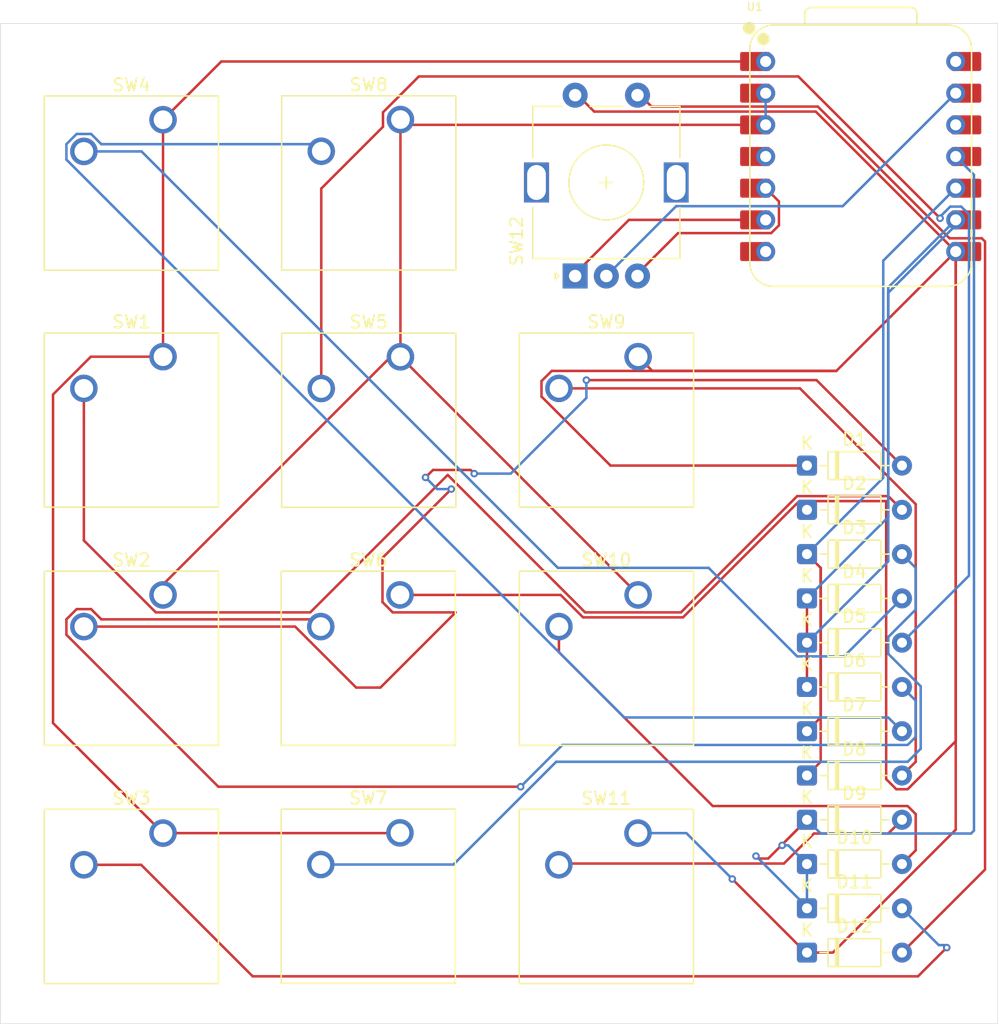
<source format=kicad_pcb>
(kicad_pcb (version 20241229) (generator "pcbnew") (generator_version "9.0")
  (layers (0 "F.Cu" signal) (2 "B.Cu" signal) (13 "F.Paste" user) (15 "B.Paste" user) (5 "F.SilkS" user "F.Silkscreen") (7 "B.SilkS" user "B.Silkscreen") (1 "F.Mask" user) (3 "B.Mask" user) (25 "Edge.Cuts" user))
  (net 0 "")
  (net 1 "GND")
  (net 2 "Net-(D1-A)")
  (net 3 "c3")
  (net 4 "Net-(D2-A)")
  (net 5 "r3")
  (net 6 "Net-(D3-A)")
  (net 7 "Net-(D4-A)")
  (net 8 "r2")
  (net 9 "Net-(D5-A)")
  (net 10 "Net-(D6-A)")
  (net 11 "Net-(D7-A)")
  (net 12 "Net-(D8-A)")
  (net 13 "r4")
  (net 14 "Net-(D9-A)")
  (net 15 "Net-(D10-A)")
  (net 16 "Net-(D11-A)")
  (net 17 "Net-(D12-A)")
  (net 18 "c1")
  (net 19 "c2")
  (net 20 "rotary a")
  (net 21 "rotary b")
  (net 22 "+5V")
  (net 24 "+3.3V")
  (footprint "Button_Switch_Keyboard:SW_Cherry_MX_1.00u_PCB" (layer "F.Cu") (at 108.15 121.72)
    (property "Reference" "SW3" (at -2.54 -2.794 0) (layer "F.SilkS"))
    (property "Value" "SW_Push")
    (fp_line (start -9.525 -1.905) (end 4.445 -1.905) (stroke (width 0.12)) (layer "F.SilkS"))
    (fp_line (start -9.525 12.065) (end -9.525 -1.905) (stroke (width 0.12)) (layer "F.SilkS"))
    (fp_line (start 4.445 -1.905) (end 4.445 12.065) (stroke (width 0.12)) (layer "F.SilkS"))
    (fp_line (start 4.445 12.065) (end -9.525 12.065) (stroke (width 0.12)) (layer "F.SilkS"))
    (pad "" np_thru_hole circle (at -7.62 5.08) (size 1.7 1.7) (drill 1.7) (layers "*.Cu" "*.Mask"))
    (pad "" np_thru_hole circle (at -2.54 5.08) (size 4 4) (drill 4) (layers "*.Cu" "*.Mask"))
    (pad "" np_thru_hole circle (at 2.54 5.08) (size 1.7 1.7) (drill 1.7) (layers "*.Cu" "*.Mask"))
    (pad "1" thru_hole circle (at 0 0) (size 2.2 2.2) (drill 1.5) (layers "*.Cu" "*.Mask") (net 18 "c1"))
    (pad "2" thru_hole circle (at -6.35 2.54) (size 2.2 2.2) (drill 1.5) (layers "*.Cu" "*.Mask") (net 16 "Net-(D11-A)"))
  )
  (footprint "Button_Switch_Keyboard:SW_Cherry_MX_1.00u_PCB" (layer "F.Cu") (at 108.15 102.62)
    (property "Reference" "SW2" (at -2.54 -2.794 0) (layer "F.SilkS"))
    (property "Value" "SW_Push")
    (fp_line (start -9.525 -1.905) (end 4.445 -1.905) (stroke (width 0.12)) (layer "F.SilkS"))
    (fp_line (start -9.525 12.065) (end -9.525 -1.905) (stroke (width 0.12)) (layer "F.SilkS"))
    (fp_line (start 4.445 -1.905) (end 4.445 12.065) (stroke (width 0.12)) (layer "F.SilkS"))
    (fp_line (start 4.445 12.065) (end -9.525 12.065) (stroke (width 0.12)) (layer "F.SilkS"))
    (pad "" np_thru_hole circle (at -7.62 5.08) (size 1.7 1.7) (drill 1.7) (layers "*.Cu" "*.Mask"))
    (pad "" np_thru_hole circle (at -2.54 5.08) (size 4 4) (drill 4) (layers "*.Cu" "*.Mask"))
    (pad "" np_thru_hole circle (at 2.54 5.08) (size 1.7 1.7) (drill 1.7) (layers "*.Cu" "*.Mask"))
    (pad "1" thru_hole circle (at 0 0) (size 2.2 2.2) (drill 1.5) (layers "*.Cu" "*.Mask") (net 19 "c2"))
    (pad "2" thru_hole circle (at -6.35 2.54) (size 2.2 2.2) (drill 1.5) (layers "*.Cu" "*.Mask") (net 2 "Net-(D1-A)"))
  )
  (footprint "Diode_THT:D_DO-35_SOD27_P7.62mm_Horizontal" (layer "F.Cu") (at 159.79 106.45)
    (property "Reference" "D5" (at 3.81 -2.12 0) (layer "F.SilkS"))
    (property "Value" "1N4148")
    (fp_line (start 1.04 0) (end 1.69 0) (stroke (width 0.12)) (layer "F.SilkS"))
    (fp_line (start 2.29 -1.12) (end 2.29 1.12) (stroke (width 0.12)) (layer "F.SilkS"))
    (fp_line (start 2.41 -1.12) (end 2.41 1.12) (stroke (width 0.12)) (layer "F.SilkS"))
    (fp_line (start 2.53 -1.12) (end 2.53 1.12) (stroke (width 0.12)) (layer "F.SilkS"))
    (fp_line (start 6.58 0) (end 5.93 0) (stroke (width 0.12)) (layer "F.SilkS"))
    (fp_rect (start 1.69 -1.12) (end 5.93 1.12) (stroke (width 0.12)) (fill no) (layer "F.SilkS"))
    (fp_text user "K" (at 0 -1.8 0) (layer "F.SilkS"))
    (pad "1" thru_hole roundrect (at 0 0) (size 1.6 1.6) (drill 0.8) (layers "*.Cu" "*.Mask") (roundrect_rratio 0.15625) (net 8 "r2"))
    (pad "2" thru_hole circle (at 7.62 0) (size 1.6 1.6) (drill 0.8) (layers "*.Cu" "*.Mask") (net 9 "Net-(D5-A)"))
  )
  (footprint "Button_Switch_Keyboard:SW_Cherry_MX_1.00u_PCB" (layer "F.Cu") (at 146.25 102.62)
    (property "Reference" "SW10" (at -2.54 -2.794 0) (layer "F.SilkS"))
    (property "Value" "SW_Push")
    (fp_line (start -9.525 -1.905) (end 4.445 -1.905) (stroke (width 0.12)) (layer "F.SilkS"))
    (fp_line (start -9.525 12.065) (end -9.525 -1.905) (stroke (width 0.12)) (layer "F.SilkS"))
    (fp_line (start 4.445 -1.905) (end 4.445 12.065) (stroke (width 0.12)) (layer "F.SilkS"))
    (fp_line (start 4.445 12.065) (end -9.525 12.065) (stroke (width 0.12)) (layer "F.SilkS"))
    (pad "" np_thru_hole circle (at -7.62 5.08) (size 1.7 1.7) (drill 1.7) (layers "*.Cu" "*.Mask"))
    (pad "" np_thru_hole circle (at -2.54 5.08) (size 4 4) (drill 4) (layers "*.Cu" "*.Mask"))
    (pad "" np_thru_hole circle (at 2.54 5.08) (size 1.7 1.7) (drill 1.7) (layers "*.Cu" "*.Mask"))
    (pad "1" thru_hole circle (at 0 0) (size 2.2 2.2) (drill 1.5) (layers "*.Cu" "*.Mask") (net 19 "c2"))
    (pad "2" thru_hole circle (at -6.35 2.54) (size 2.2 2.2) (drill 1.5) (layers "*.Cu" "*.Mask") (net 15 "Net-(D10-A)"))
  )
  (footprint "Diode_THT:D_DO-35_SOD27_P7.62mm_Horizontal" (layer "F.Cu") (at 159.79 131.3)
    (property "Reference" "D12" (at 3.81 -2.12 0) (layer "F.SilkS"))
    (property "Value" "1N4148")
    (fp_line (start 1.04 0) (end 1.69 0) (stroke (width 0.12)) (layer "F.SilkS"))
    (fp_line (start 2.29 -1.12) (end 2.29 1.12) (stroke (width 0.12)) (layer "F.SilkS"))
    (fp_line (start 2.41 -1.12) (end 2.41 1.12) (stroke (width 0.12)) (layer "F.SilkS"))
    (fp_line (start 2.53 -1.12) (end 2.53 1.12) (stroke (width 0.12)) (layer "F.SilkS"))
    (fp_line (start 6.58 0) (end 5.93 0) (stroke (width 0.12)) (layer "F.SilkS"))
    (fp_rect (start 1.69 -1.12) (end 5.93 1.12) (stroke (width 0.12)) (fill no) (layer "F.SilkS"))
    (fp_text user "K" (at 0 -1.8 0) (layer "F.SilkS"))
    (pad "1" thru_hole roundrect (at 0 0) (size 1.6 1.6) (drill 0.8) (layers "*.Cu" "*.Mask") (roundrect_rratio 0.15625) (net 3 "c3"))
    (pad "2" thru_hole circle (at 7.62 0) (size 1.6 1.6) (drill 0.8) (layers "*.Cu" "*.Mask") (net 17 "Net-(D12-A)"))
  )
  (footprint "Button_Switch_Keyboard:SW_Cherry_MX_1.00u_PCB" (layer "F.Cu") (at 146.24 121.72)
    (property "Reference" "SW11" (at -2.54 -2.794 0) (layer "F.SilkS"))
    (property "Value" "SW_Push")
    (fp_line (start -9.525 -1.905) (end 4.445 -1.905) (stroke (width 0.12)) (layer "F.SilkS"))
    (fp_line (start -9.525 12.065) (end -9.525 -1.905) (stroke (width 0.12)) (layer "F.SilkS"))
    (fp_line (start 4.445 -1.905) (end 4.445 12.065) (stroke (width 0.12)) (layer "F.SilkS"))
    (fp_line (start 4.445 12.065) (end -9.525 12.065) (stroke (width 0.12)) (layer "F.SilkS"))
    (pad "" np_thru_hole circle (at -7.62 5.08) (size 1.7 1.7) (drill 1.7) (layers "*.Cu" "*.Mask"))
    (pad "" np_thru_hole circle (at -2.54 5.08) (size 4 4) (drill 4) (layers "*.Cu" "*.Mask"))
    (pad "" np_thru_hole circle (at 2.54 5.08) (size 1.7 1.7) (drill 1.7) (layers "*.Cu" "*.Mask"))
    (pad "1" thru_hole circle (at 0 0) (size 2.2 2.2) (drill 1.5) (layers "*.Cu" "*.Mask") (net 3 "c3"))
    (pad "2" thru_hole circle (at -6.35 2.54) (size 2.2 2.2) (drill 1.5) (layers "*.Cu" "*.Mask") (net 14 "Net-(D9-A)"))
  )
  (footprint "Diode_THT:D_DO-35_SOD27_P7.62mm_Horizontal" (layer "F.Cu") (at 159.79 124.2)
    (property "Reference" "D10" (at 3.81 -2.12 0) (layer "F.SilkS"))
    (property "Value" "1N4148")
    (fp_line (start 1.04 0) (end 1.69 0) (stroke (width 0.12)) (layer "F.SilkS"))
    (fp_line (start 2.29 -1.12) (end 2.29 1.12) (stroke (width 0.12)) (layer "F.SilkS"))
    (fp_line (start 2.41 -1.12) (end 2.41 1.12) (stroke (width 0.12)) (layer "F.SilkS"))
    (fp_line (start 2.53 -1.12) (end 2.53 1.12) (stroke (width 0.12)) (layer "F.SilkS"))
    (fp_line (start 6.58 0) (end 5.93 0) (stroke (width 0.12)) (layer "F.SilkS"))
    (fp_rect (start 1.69 -1.12) (end 5.93 1.12) (stroke (width 0.12)) (fill no) (layer "F.SilkS"))
    (fp_text user "K" (at 0 -1.8 0) (layer "F.SilkS"))
    (pad "1" thru_hole roundrect (at 0 0) (size 1.6 1.6) (drill 0.8) (layers "*.Cu" "*.Mask") (roundrect_rratio 0.15625) (net 13 "r4"))
    (pad "2" thru_hole circle (at 7.62 0) (size 1.6 1.6) (drill 0.8) (layers "*.Cu" "*.Mask") (net 15 "Net-(D10-A)"))
  )
  (footprint "Diode_THT:D_DO-35_SOD27_P7.62mm_Horizontal" (layer "F.Cu") (at 159.79 117.1)
    (property "Reference" "D8" (at 3.81 -2.12 0) (layer "F.SilkS"))
    (property "Value" "1N4148")
    (fp_line (start 1.04 0) (end 1.69 0) (stroke (width 0.12)) (layer "F.SilkS"))
    (fp_line (start 2.29 -1.12) (end 2.29 1.12) (stroke (width 0.12)) (layer "F.SilkS"))
    (fp_line (start 2.41 -1.12) (end 2.41 1.12) (stroke (width 0.12)) (layer "F.SilkS"))
    (fp_line (start 2.53 -1.12) (end 2.53 1.12) (stroke (width 0.12)) (layer "F.SilkS"))
    (fp_line (start 6.58 0) (end 5.93 0) (stroke (width 0.12)) (layer "F.SilkS"))
    (fp_rect (start 1.69 -1.12) (end 5.93 1.12) (stroke (width 0.12)) (fill no) (layer "F.SilkS"))
    (fp_text user "K" (at 0 -1.8 0) (layer "F.SilkS"))
    (pad "1" thru_hole roundrect (at 0 0) (size 1.6 1.6) (drill 0.8) (layers "*.Cu" "*.Mask") (roundrect_rratio 0.15625) (net 5 "r3"))
    (pad "2" thru_hole circle (at 7.62 0) (size 1.6 1.6) (drill 0.8) (layers "*.Cu" "*.Mask") (net 12 "Net-(D8-A)"))
  )
  (footprint "Diode_THT:D_DO-35_SOD27_P7.62mm_Horizontal" (layer "F.Cu") (at 159.79 99.35)
    (property "Reference" "D3" (at 3.81 -2.12 0) (layer "F.SilkS"))
    (property "Value" "1N4148")
    (fp_line (start 1.04 0) (end 1.69 0) (stroke (width 0.12)) (layer "F.SilkS"))
    (fp_line (start 2.29 -1.12) (end 2.29 1.12) (stroke (width 0.12)) (layer "F.SilkS"))
    (fp_line (start 2.41 -1.12) (end 2.41 1.12) (stroke (width 0.12)) (layer "F.SilkS"))
    (fp_line (start 2.53 -1.12) (end 2.53 1.12) (stroke (width 0.12)) (layer "F.SilkS"))
    (fp_line (start 6.58 0) (end 5.93 0) (stroke (width 0.12)) (layer "F.SilkS"))
    (fp_rect (start 1.69 -1.12) (end 5.93 1.12) (stroke (width 0.12)) (fill no) (layer "F.SilkS"))
    (fp_text user "K" (at 0 -1.8 0) (layer "F.SilkS"))
    (pad "1" thru_hole roundrect (at 0 0) (size 1.6 1.6) (drill 0.8) (layers "*.Cu" "*.Mask") (roundrect_rratio 0.15625) (net 5 "r3"))
    (pad "2" thru_hole circle (at 7.62 0) (size 1.6 1.6) (drill 0.8) (layers "*.Cu" "*.Mask") (net 6 "Net-(D3-A)"))
  )
  (footprint "Diode_THT:D_DO-35_SOD27_P7.62mm_Horizontal" (layer "F.Cu") (at 159.79 120.65)
    (property "Reference" "D9" (at 3.81 -2.12 0) (layer "F.SilkS"))
    (property "Value" "1N4148")
    (fp_line (start 1.04 0) (end 1.69 0) (stroke (width 0.12)) (layer "F.SilkS"))
    (fp_line (start 2.29 -1.12) (end 2.29 1.12) (stroke (width 0.12)) (layer "F.SilkS"))
    (fp_line (start 2.41 -1.12) (end 2.41 1.12) (stroke (width 0.12)) (layer "F.SilkS"))
    (fp_line (start 2.53 -1.12) (end 2.53 1.12) (stroke (width 0.12)) (layer "F.SilkS"))
    (fp_line (start 6.58 0) (end 5.93 0) (stroke (width 0.12)) (layer "F.SilkS"))
    (fp_rect (start 1.69 -1.12) (end 5.93 1.12) (stroke (width 0.12)) (fill no) (layer "F.SilkS"))
    (fp_text user "K" (at 0 -1.8 0) (layer "F.SilkS"))
    (pad "1" thru_hole roundrect (at 0 0) (size 1.6 1.6) (drill 0.8) (layers "*.Cu" "*.Mask") (roundrect_rratio 0.15625) (net 13 "r4"))
    (pad "2" thru_hole circle (at 7.62 0) (size 1.6 1.6) (drill 0.8) (layers "*.Cu" "*.Mask") (net 14 "Net-(D9-A)"))
  )
  (footprint "Button_Switch_Keyboard:SW_Cherry_MX_1.00u_PCB" (layer "F.Cu") (at 108.15 83.52)
    (property "Reference" "SW1" (at -2.54 -2.794 0) (layer "F.SilkS"))
    (property "Value" "SW_Push")
    (fp_line (start -9.525 -1.905) (end 4.445 -1.905) (stroke (width 0.12)) (layer "F.SilkS"))
    (fp_line (start -9.525 12.065) (end -9.525 -1.905) (stroke (width 0.12)) (layer "F.SilkS"))
    (fp_line (start 4.445 -1.905) (end 4.445 12.065) (stroke (width 0.12)) (layer "F.SilkS"))
    (fp_line (start 4.445 12.065) (end -9.525 12.065) (stroke (width 0.12)) (layer "F.SilkS"))
    (pad "" np_thru_hole circle (at -7.62 5.08) (size 1.7 1.7) (drill 1.7) (layers "*.Cu" "*.Mask"))
    (pad "" np_thru_hole circle (at -2.54 5.08) (size 4 4) (drill 4) (layers "*.Cu" "*.Mask"))
    (pad "" np_thru_hole circle (at 2.54 5.08) (size 1.7 1.7) (drill 1.7) (layers "*.Cu" "*.Mask"))
    (pad "1" thru_hole circle (at 0 0) (size 2.2 2.2) (drill 1.5) (layers "*.Cu" "*.Mask") (net 18 "c1"))
    (pad "2" thru_hole circle (at -6.35 2.54) (size 2.2 2.2) (drill 1.5) (layers "*.Cu" "*.Mask") (net 4 "Net-(D2-A)"))
  )
  (footprint "OPL_Kicad_Library-master:XIAO-RP2040-DIP" (layer "F.Cu") (at 164.1 67.4685)
    (property "Reference" "U1" (at -8.5 -12 0) (layer "F.SilkS") (effects (font (size 0.635 0.635) (thickness 0.1016))))
    (property "Value" "XIAO-RP2040-DIP")
    (fp_line (start -8.89 8.509) (end -8.89 -8.636) (stroke (width 0.127)) (layer "F.SilkS"))
    (fp_line (start -6.985 10.414) (end 6.985 10.414) (stroke (width 0.127)) (layer "F.SilkS"))
    (fp_line (start -4.495 -10.541) (end -4.491272 -11.451272) (stroke (width 0.127)) (layer "F.SilkS"))
    (fp_line (start -3.991272 -11.951) (end 4.004 -11.951) (stroke (width 0.127)) (layer "F.SilkS"))
    (fp_line (start 4.504 -11.451) (end 4.504 -10.541) (stroke (width 0.127)) (layer "F.SilkS"))
    (fp_line (start 6.985 -10.541) (end -6.985 -10.541) (stroke (width 0.1)) (layer "F.SilkS"))
    (fp_line (start 6.985 -10.541) (end -6.985 -10.541) (stroke (width 0.127)) (layer "F.SilkS"))
    (fp_line (start 8.89 8.509) (end 8.89 -8.636) (stroke (width 0.127)) (layer "F.SilkS"))
    (fp_arc (start -8.89 -8.636) (mid -8.332038 -9.983038) (end -6.985 -10.541) (stroke (width 0.127)) (layer "F.SilkS"))
    (fp_arc (start -6.985 10.414) (mid -8.332038 9.856038) (end -8.89 8.509) (stroke (width 0.127)) (layer "F.SilkS"))
    (fp_arc (start -4.491272 -11.451272) (mid -4.344728 -11.80464) (end -3.991272 -11.951) (stroke (width 0.127)) (layer "F.SilkS"))
    (fp_arc (start 4.004 -11.951) (mid 4.357553 -11.804553) (end 4.504 -11.451) (stroke (width 0.127)) (layer "F.SilkS"))
    (fp_arc (start 6.985 -10.541) (mid 8.332038 -9.983038) (end 8.89 -8.636) (stroke (width 0.127)) (layer "F.SilkS"))
    (fp_arc (start 8.89 8.509) (mid 8.332038 9.856038) (end 6.985 10.414) (stroke (width 0.127)) (layer "F.SilkS"))
    (fp_circle (center -8.95 -10.3) (end -8.95 -10.554) (stroke (width 0.5)) (fill yes) (layer "F.SilkS"))
    (fp_circle (center -7.807 -9.42) (end -7.807 -9.674) (stroke (width 0.5)) (fill yes) (layer "F.SilkS"))
    (pad "1" smd roundrect (at -8.455 -7.62 180) (size 2.432 1.524) (layers "F.Cu" "F.Mask") (roundrect_rratio 0.1) (net 18 "c1"))
    (pad "1" thru_hole circle (at -7.62 -7.62 180) (size 1.524 1.524) (drill 0.889) (layers "*.Cu" "*.Mask") (net 18 "c1"))
    (pad "2" smd roundrect (at -8.455 -5.08 180) (size 2.432 1.524) (layers "F.Cu" "F.Mask") (roundrect_rratio 0.1) (net 19 "c2"))
    (pad "2" thru_hole circle (at -7.62 -5.08 180) (size 1.524 1.524) (drill 0.889) (layers "*.Cu" "*.Mask") (net 19 "c2"))
    (pad "3" smd roundrect (at -8.455 -2.54 180) (size 2.432 1.524) (layers "F.Cu" "F.Mask") (roundrect_rratio 0.1) (net 19 "c2"))
    (pad "3" thru_hole circle (at -7.62 -2.54 180) (size 1.524 1.524) (drill 0.889) (layers "*.Cu" "*.Mask") (net 19 "c2"))
    (pad "4" smd roundrect (at -8.455 0 180) (size 2.432 1.524) (layers "F.Cu" "F.Mask") (roundrect_rratio 0.1))
    (pad "4" thru_hole circle (at -7.62 0 180) (size 1.524 1.524) (drill 0.889) (layers "*.Cu" "*.Mask"))
    (pad "5" smd roundrect (at -8.455 2.54 180) (size 2.432 1.524) (layers "F.Cu" "F.Mask") (roundrect_rratio 0.1) (net 21 "rotary b"))
    (pad "5" thru_hole circle (at -7.62 2.54 180) (size 1.524 1.524) (drill 0.889) (layers "*.Cu" "*.Mask") (net 21 "rotary b"))
    (pad "6" smd roundrect (at -8.455 5.08 180) (size 2.432 1.524) (layers "F.Cu" "F.Mask") (roundrect_rratio 0.1) (net 20 "rotary a"))
    (pad "6" thru_hole circle (at -7.62 5.08 180) (size 1.524 1.524) (drill 0.889) (layers "*.Cu" "*.Mask") (net 20 "rotary a"))
    (pad "7" smd roundrect (at -8.455 7.62 180) (size 2.432 1.524) (layers "F.Cu" "F.Mask") (roundrect_rratio 0.1))
    (pad "7" thru_hole circle (at -7.62 7.62 180) (size 1.524 1.524) (drill 0.889) (layers "*.Cu" "*.Mask"))
    (pad "8" thru_hole circle (at 7.62 7.62) (size 1.524 1.524) (drill 0.889) (layers "*.Cu" "*.Mask") (net 3 "c3"))
    (pad "8" smd roundrect (at 8.455 7.62) (size 2.432 1.524) (layers "F.Cu" "F.Mask") (roundrect_rratio 0.1) (net 3 "c3"))
    (pad "9" thru_hole circle (at 7.62 5.08) (size 1.524 1.524) (drill 0.889) (layers "*.Cu" "*.Mask") (net 8 "r2"))
    (pad "9" smd roundrect (at 8.455 5.08) (size 2.432 1.524) (layers "F.Cu" "F.Mask") (roundrect_rratio 0.1) (net 8 "r2"))
    (pad "10" thru_hole circle (at 7.62 2.54) (size 1.524 1.524) (drill 0.889) (layers "*.Cu" "*.Mask") (net 5 "r3"))
    (pad "10" smd roundrect (at 8.455 2.54) (size 2.432 1.524) (layers "F.Cu" "F.Mask") (roundrect_rratio 0.1) (net 5 "r3"))
    (pad "11" thru_hole circle (at 7.62 0) (size 1.524 1.524) (drill 0.889) (layers "*.Cu" "*.Mask") (net 13 "r4"))
    (pad "11" smd roundrect (at 8.455 0) (size 2.432 1.524) (layers "F.Cu" "F.Mask") (roundrect_rratio 0.1) (net 13 "r4"))
    (pad "12" thru_hole circle (at 7.62 -2.54) (size 1.524 1.524) (drill 0.889) (layers "*.Cu" "*.Mask") (net 24 "+3.3V"))
    (pad "12" smd roundrect (at 8.455 -2.54) (size 2.432 1.524) (layers "F.Cu" "F.Mask") (roundrect_rratio 0.1) (net 24 "+3.3V"))
    (pad "13" thru_hole circle (at 7.62 -5.08) (size 1.524 1.524) (drill 0.889) (layers "*.Cu" "*.Mask") (net 1 "GND"))
    (pad "13" smd roundrect (at 8.455 -5.08) (size 2.432 1.524) (layers "F.Cu" "F.Mask") (roundrect_rratio 0.1) (net 1 "GND"))
    (pad "14" thru_hole circle (at 7.62 -7.62) (size 1.524 1.524) (drill 0.889) (layers "*.Cu" "*.Mask") (net 22 "+5V"))
    (pad "14" smd roundrect (at 8.455 -7.62) (size 2.432 1.524) (layers "F.Cu" "F.Mask") (roundrect_rratio 0.1) (net 22 "+5V"))
  )
  (footprint "Button_Switch_Keyboard:SW_Cherry_MX_1.00u_PCB" (layer "F.Cu") (at 127.189 83.5305)
    (property "Reference" "SW5" (at -2.54 -2.794 0) (layer "F.SilkS"))
    (property "Value" "SW_Push")
    (fp_line (start -9.525 -1.905) (end 4.445 -1.905) (stroke (width 0.12)) (layer "F.SilkS"))
    (fp_line (start -9.525 12.065) (end -9.525 -1.905) (stroke (width 0.12)) (layer "F.SilkS"))
    (fp_line (start 4.445 -1.905) (end 4.445 12.065) (stroke (width 0.12)) (layer "F.SilkS"))
    (fp_line (start 4.445 12.065) (end -9.525 12.065) (stroke (width 0.12)) (layer "F.SilkS"))
    (pad "" np_thru_hole circle (at -7.62 5.08) (size 1.7 1.7) (drill 1.7) (layers "*.Cu" "*.Mask"))
    (pad "" np_thru_hole circle (at -2.54 5.08) (size 4 4) (drill 4) (layers "*.Cu" "*.Mask"))
    (pad "" np_thru_hole circle (at 2.54 5.08) (size 1.7 1.7) (drill 1.7) (layers "*.Cu" "*.Mask"))
    (pad "1" thru_hole circle (at 0 0) (size 2.2 2.2) (drill 1.5) (layers "*.Cu" "*.Mask") (net 19 "c2"))
    (pad "2" thru_hole circle (at -6.35 2.54) (size 2.2 2.2) (drill 1.5) (layers "*.Cu" "*.Mask") (net 9 "Net-(D5-A)"))
  )
  (footprint "Button_Switch_Keyboard:SW_Cherry_MX_1.00u_PCB" (layer "F.Cu") (at 146.25 83.52)
    (property "Reference" "SW9" (at -2.54 -2.794 0) (layer "F.SilkS"))
    (property "Value" "SW_Push")
    (fp_line (start -9.525 -1.905) (end 4.445 -1.905) (stroke (width 0.12)) (layer "F.SilkS"))
    (fp_line (start -9.525 12.065) (end -9.525 -1.905) (stroke (width 0.12)) (layer "F.SilkS"))
    (fp_line (start 4.445 -1.905) (end 4.445 12.065) (stroke (width 0.12)) (layer "F.SilkS"))
    (fp_line (start 4.445 12.065) (end -9.525 12.065) (stroke (width 0.12)) (layer "F.SilkS"))
    (pad "" np_thru_hole circle (at -7.62 5.08) (size 1.7 1.7) (drill 1.7) (layers "*.Cu" "*.Mask"))
    (pad "" np_thru_hole circle (at -2.54 5.08) (size 4 4) (drill 4) (layers "*.Cu" "*.Mask"))
    (pad "" np_thru_hole circle (at 2.54 5.08) (size 1.7 1.7) (drill 1.7) (layers "*.Cu" "*.Mask"))
    (pad "1" thru_hole circle (at 0 0) (size 2.2 2.2) (drill 1.5) (layers "*.Cu" "*.Mask") (net 3 "c3"))
    (pad "2" thru_hole circle (at -6.35 2.54) (size 2.2 2.2) (drill 1.5) (layers "*.Cu" "*.Mask") (net 12 "Net-(D8-A)"))
  )
  (footprint "Diode_THT:D_DO-35_SOD27_P7.62mm_Horizontal" (layer "F.Cu") (at 159.79 110)
    (property "Reference" "D6" (at 3.81 -2.12 0) (layer "F.SilkS"))
    (property "Value" "1N4148")
    (fp_line (start 1.04 0) (end 1.69 0) (stroke (width 0.12)) (layer "F.SilkS"))
    (fp_line (start 2.29 -1.12) (end 2.29 1.12) (stroke (width 0.12)) (layer "F.SilkS"))
    (fp_line (start 2.41 -1.12) (end 2.41 1.12) (stroke (width 0.12)) (layer "F.SilkS"))
    (fp_line (start 2.53 -1.12) (end 2.53 1.12) (stroke (width 0.12)) (layer "F.SilkS"))
    (fp_line (start 6.58 0) (end 5.93 0) (stroke (width 0.12)) (layer "F.SilkS"))
    (fp_rect (start 1.69 -1.12) (end 5.93 1.12) (stroke (width 0.12)) (fill no) (layer "F.SilkS"))
    (fp_text user "K" (at 0 -1.8 0) (layer "F.SilkS"))
    (pad "1" thru_hole roundrect (at 0 0) (size 1.6 1.6) (drill 0.8) (layers "*.Cu" "*.Mask") (roundrect_rratio 0.15625) (net 8 "r2"))
    (pad "2" thru_hole circle (at 7.62 0) (size 1.6 1.6) (drill 0.8) (layers "*.Cu" "*.Mask") (net 10 "Net-(D6-A)"))
  )
  (footprint "Rotary_Encoder:RotaryEncoder_Alps_EC11E-Switch_Vertical_H20mm" (layer "F.Cu") (at 141.2 77.05 90)
    (property "Reference" "SW12" (at 2.8 -4.7 90) (layer "F.SilkS"))
    (property "Value" "RotaryEncoder_Switch")
    (fp_line (start 13.6 -3.4) (end 13.6 -1) (stroke (width 0.12)) (layer "F.SilkS"))
    (fp_line (start 9.5 -3.4) (end 13.6 -3.4) (stroke (width 0.12)) (layer "F.SilkS"))
    (fp_line (start 5.5 -3.4) (end 1.4 -3.4) (stroke (width 0.12)) (layer "F.SilkS"))
    (fp_line (start 1.4 -3.4) (end 1.4 8.4) (stroke (width 0.12)) (layer "F.SilkS"))
    (fp_line (start 0.3 -1.6) (end 0 -1.3) (stroke (width 0.12)) (layer "F.SilkS"))
    (fp_line (start -0.3 -1.6) (end 0.3 -1.6) (stroke (width 0.12)) (layer "F.SilkS"))
    (fp_line (start 0 -1.3) (end -0.3 -1.6) (stroke (width 0.12)) (layer "F.SilkS"))
    (fp_line (start 13.6 1.2) (end 13.6 3.8) (stroke (width 0.12)) (layer "F.SilkS"))
    (fp_line (start 7.5 2) (end 7.5 3) (stroke (width 0.12)) (layer "F.SilkS"))
    (fp_line (start 7 2.5) (end 8 2.5) (stroke (width 0.12)) (layer "F.SilkS"))
    (fp_line (start 13.6 6) (end 13.6 8.4) (stroke (width 0.12)) (layer "F.SilkS"))
    (fp_line (start 13.6 8.4) (end 9.5 8.4) (stroke (width 0.12)) (layer "F.SilkS"))
    (fp_line (start 5.5 8.4) (end 1.4 8.4) (stroke (width 0.12)) (layer "F.SilkS"))
    (fp_circle (center 7.5 2.5) (end 10.5 2.5) (stroke (width 0.12)) (fill no) (layer "F.SilkS"))
    (pad "A" thru_hole rect (at 0 0 90) (size 2 2) (drill 1) (layers "*.Cu" "*.Mask") (net 20 "rotary a"))
    (pad "B" thru_hole circle (at 0 5 90) (size 2 2) (drill 1) (layers "*.Cu" "*.Mask") (net 21 "rotary b"))
    (pad "C" thru_hole circle (at 0 2.5 90) (size 2 2) (drill 1) (layers "*.Cu" "*.Mask") (net 1 "GND"))
    (pad "MP" thru_hole rect (at 7.5 -3.1 90) (size 3.2 2) (drill oval 2.8 1.5) (layers "*.Cu" "*.Mask"))
    (pad "MP" thru_hole rect (at 7.5 8.1 90) (size 3.2 2) (drill oval 2.8 1.5) (layers "*.Cu" "*.Mask"))
    (pad "S1" thru_hole circle (at 14.5 5 90) (size 2 2) (drill 1) (layers "*.Cu" "*.Mask") (net 17 "Net-(D12-A)"))
    (pad "S2" thru_hole circle (at 14.5 0 90) (size 2 2) (drill 1) (layers "*.Cu" "*.Mask") (net 3 "c3"))
  )
  (footprint "Diode_THT:D_DO-35_SOD27_P7.62mm_Horizontal" (layer "F.Cu") (at 159.79 92.25)
    (property "Reference" "D1" (at 3.81 -2.12 0) (layer "F.SilkS"))
    (property "Value" "1N4148")
    (fp_line (start 1.04 0) (end 1.69 0) (stroke (width 0.12)) (layer "F.SilkS"))
    (fp_line (start 2.29 -1.12) (end 2.29 1.12) (stroke (width 0.12)) (layer "F.SilkS"))
    (fp_line (start 2.41 -1.12) (end 2.41 1.12) (stroke (width 0.12)) (layer "F.SilkS"))
    (fp_line (start 2.53 -1.12) (end 2.53 1.12) (stroke (width 0.12)) (layer "F.SilkS"))
    (fp_line (start 6.58 0) (end 5.93 0) (stroke (width 0.12)) (layer "F.SilkS"))
    (fp_rect (start 1.69 -1.12) (end 5.93 1.12) (stroke (width 0.12)) (fill no) (layer "F.SilkS"))
    (fp_text user "K" (at 0 -1.8 0) (layer "F.SilkS"))
    (pad "1" thru_hole roundrect (at 0 0) (size 1.6 1.6) (drill 0.8) (layers "*.Cu" "*.Mask") (roundrect_rratio 0.15625) (net 3 "c3"))
    (pad "2" thru_hole circle (at 7.62 0) (size 1.6 1.6) (drill 0.8) (layers "*.Cu" "*.Mask") (net 2 "Net-(D1-A)"))
  )
  (footprint "Diode_THT:D_DO-35_SOD27_P7.62mm_Horizontal" (layer "F.Cu") (at 159.79 95.8)
    (property "Reference" "D2" (at 3.81 -2.12 0) (layer "F.SilkS"))
    (property "Value" "1N4148")
    (fp_line (start 1.04 0) (end 1.69 0) (stroke (width 0.12)) (layer "F.SilkS"))
    (fp_line (start 2.29 -1.12) (end 2.29 1.12) (stroke (width 0.12)) (layer "F.SilkS"))
    (fp_line (start 2.41 -1.12) (end 2.41 1.12) (stroke (width 0.12)) (layer "F.SilkS"))
    (fp_line (start 2.53 -1.12) (end 2.53 1.12) (stroke (width 0.12)) (layer "F.SilkS"))
    (fp_line (start 6.58 0) (end 5.93 0) (stroke (width 0.12)) (layer "F.SilkS"))
    (fp_rect (start 1.69 -1.12) (end 5.93 1.12) (stroke (width 0.12)) (fill no) (layer "F.SilkS"))
    (fp_text user "K" (at 0 -1.8 0) (layer "F.SilkS"))
    (pad "1" thru_hole roundrect (at 0 0) (size 1.6 1.6) (drill 0.8) (layers "*.Cu" "*.Mask") (roundrect_rratio 0.15625) (net 3 "c3"))
    (pad "2" thru_hole circle (at 7.62 0) (size 1.6 1.6) (drill 0.8) (layers "*.Cu" "*.Mask") (net 4 "Net-(D2-A)"))
  )
  (footprint "Diode_THT:D_DO-35_SOD27_P7.62mm_Horizontal" (layer "F.Cu") (at 159.79 127.75)
    (property "Reference" "D11" (at 3.81 -2.12 0) (layer "F.SilkS"))
    (property "Value" "1N4148")
    (fp_line (start 1.04 0) (end 1.69 0) (stroke (width 0.12)) (layer "F.SilkS"))
    (fp_line (start 2.29 -1.12) (end 2.29 1.12) (stroke (width 0.12)) (layer "F.SilkS"))
    (fp_line (start 2.41 -1.12) (end 2.41 1.12) (stroke (width 0.12)) (layer "F.SilkS"))
    (fp_line (start 2.53 -1.12) (end 2.53 1.12) (stroke (width 0.12)) (layer "F.SilkS"))
    (fp_line (start 6.58 0) (end 5.93 0) (stroke (width 0.12)) (layer "F.SilkS"))
    (fp_rect (start 1.69 -1.12) (end 5.93 1.12) (stroke (width 0.12)) (fill no) (layer "F.SilkS"))
    (fp_text user "K" (at 0 -1.8 0) (layer "F.SilkS"))
    (pad "1" thru_hole roundrect (at 0 0) (size 1.6 1.6) (drill 0.8) (layers "*.Cu" "*.Mask") (roundrect_rratio 0.15625) (net 13 "r4"))
    (pad "2" thru_hole circle (at 7.62 0) (size 1.6 1.6) (drill 0.8) (layers "*.Cu" "*.Mask") (net 16 "Net-(D11-A)"))
  )
  (footprint "Button_Switch_Keyboard:SW_Cherry_MX_1.00u_PCB" (layer "F.Cu") (at 127.15 121.7)
    (property "Reference" "SW7" (at -2.54 -2.794 0) (layer "F.SilkS"))
    (property "Value" "SW_Push")
    (fp_line (start -9.525 -1.905) (end 4.445 -1.905) (stroke (width 0.12)) (layer "F.SilkS"))
    (fp_line (start -9.525 12.065) (end -9.525 -1.905) (stroke (width 0.12)) (layer "F.SilkS"))
    (fp_line (start 4.445 -1.905) (end 4.445 12.065) (stroke (width 0.12)) (layer "F.SilkS"))
    (fp_line (start 4.445 12.065) (end -9.525 12.065) (stroke (width 0.12)) (layer "F.SilkS"))
    (pad "" np_thru_hole circle (at -7.62 5.08) (size 1.7 1.7) (drill 1.7) (layers "*.Cu" "*.Mask"))
    (pad "" np_thru_hole circle (at -2.54 5.08) (size 4 4) (drill 4) (layers "*.Cu" "*.Mask"))
    (pad "" np_thru_hole circle (at 2.54 5.08) (size 1.7 1.7) (drill 1.7) (layers "*.Cu" "*.Mask"))
    (pad "1" thru_hole circle (at 0 0) (size 2.2 2.2) (drill 1.5) (layers "*.Cu" "*.Mask") (net 18 "c1"))
    (pad "2" thru_hole circle (at -6.35 2.54) (size 2.2 2.2) (drill 1.5) (layers "*.Cu" "*.Mask") (net 6 "Net-(D3-A)"))
  )
  (footprint "Diode_THT:D_DO-35_SOD27_P7.62mm_Horizontal" (layer "F.Cu") (at 159.79 102.9)
    (property "Reference" "D4" (at 3.81 -2.12 0) (layer "F.SilkS"))
    (property "Value" "1N4148")
    (fp_line (start 1.04 0) (end 1.69 0) (stroke (width 0.12)) (layer "F.SilkS"))
    (fp_line (start 2.29 -1.12) (end 2.29 1.12) (stroke (width 0.12)) (layer "F.SilkS"))
    (fp_line (start 2.41 -1.12) (end 2.41 1.12) (stroke (width 0.12)) (layer "F.SilkS"))
    (fp_line (start 2.53 -1.12) (end 2.53 1.12) (stroke (width 0.12)) (layer "F.SilkS"))
    (fp_line (start 6.58 0) (end 5.93 0) (stroke (width 0.12)) (layer "F.SilkS"))
    (fp_rect (start 1.69 -1.12) (end 5.93 1.12) (stroke (width 0.12)) (fill no) (layer "F.SilkS"))
    (fp_text user "K" (at 0 -1.8 0) (layer "F.SilkS"))
    (pad "1" thru_hole roundrect (at 0 0) (size 1.6 1.6) (drill 0.8) (layers "*.Cu" "*.Mask") (roundrect_rratio 0.15625) (net 8 "r2"))
    (pad "2" thru_hole circle (at 7.62 0) (size 1.6 1.6) (drill 0.8) (layers "*.Cu" "*.Mask") (net 7 "Net-(D4-A)"))
  )
  (footprint "Button_Switch_Keyboard:SW_Cherry_MX_1.00u_PCB" (layer "F.Cu") (at 127.189 64.50675)
    (property "Reference" "SW8" (at -2.54 -2.794 0) (layer "F.SilkS"))
    (property "Value" "SW_Push")
    (fp_line (start -9.525 -1.905) (end 4.445 -1.905) (stroke (width 0.12)) (layer "F.SilkS"))
    (fp_line (start -9.525 12.065) (end -9.525 -1.905) (stroke (width 0.12)) (layer "F.SilkS"))
    (fp_line (start 4.445 -1.905) (end 4.445 12.065) (stroke (width 0.12)) (layer "F.SilkS"))
    (fp_line (start 4.445 12.065) (end -9.525 12.065) (stroke (width 0.12)) (layer "F.SilkS"))
    (pad "" np_thru_hole circle (at -7.62 5.08) (size 1.7 1.7) (drill 1.7) (layers "*.Cu" "*.Mask"))
    (pad "" np_thru_hole circle (at -2.54 5.08) (size 4 4) (drill 4) (layers "*.Cu" "*.Mask"))
    (pad "" np_thru_hole circle (at 2.54 5.08) (size 1.7 1.7) (drill 1.7) (layers "*.Cu" "*.Mask"))
    (pad "1" thru_hole circle (at 0 0) (size 2.2 2.2) (drill 1.5) (layers "*.Cu" "*.Mask") (net 19 "c2"))
    (pad "2" thru_hole circle (at -6.35 2.54) (size 2.2 2.2) (drill 1.5) (layers "*.Cu" "*.Mask") (net 11 "Net-(D7-A)"))
  )
  (footprint "Button_Switch_Keyboard:SW_Cherry_MX_1.00u_PCB" (layer "F.Cu") (at 108.15 64.52)
    (property "Reference" "SW4" (at -2.54 -2.794 0) (layer "F.SilkS"))
    (property "Value" "SW_Push")
    (fp_line (start -9.525 -1.905) (end 4.445 -1.905) (stroke (width 0.12)) (layer "F.SilkS"))
    (fp_line (start -9.525 12.065) (end -9.525 -1.905) (stroke (width 0.12)) (layer "F.SilkS"))
    (fp_line (start 4.445 -1.905) (end 4.445 12.065) (stroke (width 0.12)) (layer "F.SilkS"))
    (fp_line (start 4.445 12.065) (end -9.525 12.065) (stroke (width 0.12)) (layer "F.SilkS"))
    (pad "" np_thru_hole circle (at -7.62 5.08) (size 1.7 1.7) (drill 1.7) (layers "*.Cu" "*.Mask"))
    (pad "" np_thru_hole circle (at -2.54 5.08) (size 4 4) (drill 4) (layers "*.Cu" "*.Mask"))
    (pad "" np_thru_hole circle (at 2.54 5.08) (size 1.7 1.7) (drill 1.7) (layers "*.Cu" "*.Mask"))
    (pad "1" thru_hole circle (at 0 0) (size 2.2 2.2) (drill 1.5) (layers "*.Cu" "*.Mask") (net 18 "c1"))
    (pad "2" thru_hole circle (at -6.35 2.54) (size 2.2 2.2) (drill 1.5) (layers "*.Cu" "*.Mask") (net 7 "Net-(D4-A)"))
  )
  (footprint "Diode_THT:D_DO-35_SOD27_P7.62mm_Horizontal" (layer "F.Cu") (at 159.79 113.55)
    (property "Reference" "D7" (at 3.81 -2.12 0) (layer "F.SilkS"))
    (property "Value" "1N4148")
    (fp_line (start 1.04 0) (end 1.69 0) (stroke (width 0.12)) (layer "F.SilkS"))
    (fp_line (start 2.29 -1.12) (end 2.29 1.12) (stroke (width 0.12)) (layer "F.SilkS"))
    (fp_line (start 2.41 -1.12) (end 2.41 1.12) (stroke (width 0.12)) (layer "F.SilkS"))
    (fp_line (start 2.53 -1.12) (end 2.53 1.12) (stroke (width 0.12)) (layer "F.SilkS"))
    (fp_line (start 6.58 0) (end 5.93 0) (stroke (width 0.12)) (layer "F.SilkS"))
    (fp_rect (start 1.69 -1.12) (end 5.93 1.12) (stroke (width 0.12)) (fill no) (layer "F.SilkS"))
    (fp_text user "K" (at 0 -1.8 0) (layer "F.SilkS"))
    (pad "1" thru_hole roundrect (at 0 0) (size 1.6 1.6) (drill 0.8) (layers "*.Cu" "*.Mask") (roundrect_rratio 0.15625) (net 5 "r3"))
    (pad "2" thru_hole circle (at 7.62 0) (size 1.6 1.6) (drill 0.8) (layers "*.Cu" "*.Mask") (net 11 "Net-(D7-A)"))
  )
  (footprint "Button_Switch_Keyboard:SW_Cherry_MX_1.00u_PCB" (layer "F.Cu") (at 127.15 102.62)
    (property "Reference" "SW6" (at -2.54 -2.794 0) (layer "F.SilkS"))
    (property "Value" "SW_Push")
    (fp_line (start -9.525 -1.905) (end 4.445 -1.905) (stroke (width 0.12)) (layer "F.SilkS"))
    (fp_line (start -9.525 12.065) (end -9.525 -1.905) (stroke (width 0.12)) (layer "F.SilkS"))
    (fp_line (start 4.445 -1.905) (end 4.445 12.065) (stroke (width 0.12)) (layer "F.SilkS"))
    (fp_line (start 4.445 12.065) (end -9.525 12.065) (stroke (width 0.12)) (layer "F.SilkS"))
    (pad "" np_thru_hole circle (at -7.62 5.08) (size 1.7 1.7) (drill 1.7) (layers "*.Cu" "*.Mask"))
    (pad "" np_thru_hole circle (at -2.54 5.08) (size 4 4) (drill 4) (layers "*.Cu" "*.Mask"))
    (pad "" np_thru_hole circle (at 2.54 5.08) (size 1.7 1.7) (drill 1.7) (layers "*.Cu" "*.Mask"))
    (pad "1" thru_hole circle (at 0 0) (size 2.2 2.2) (drill 1.5) (layers "*.Cu" "*.Mask") (net 3 "c3"))
    (pad "2" thru_hole circle (at -6.35 2.54) (size 2.2 2.2) (drill 1.5) (layers "*.Cu" "*.Mask") (net 10 "Net-(D6-A)"))
  )
  (gr_rect (start 95.1 56.8) (end 175.1 137) (stroke (width 0.05)) (fill no) (layer "Edge.Cuts"))
  (segment (start 149.299 71.451) (end 143.7 77.05) (width 0.2) (layer "B.Cu") (net 1))
  (segment (start 171.72 62.3885) (end 162.6575 71.451) (width 0.2) (layer "B.Cu") (net 1))
  (segment (start 162.6575 71.451) (end 149.299 71.451) (width 0.2) (layer "B.Cu") (net 1))
  (segment (start 132.811846 92.6) (end 129.8 92.6) (width 0.2) (layer "F.Cu") (net 2))
  (segment (start 118.745184 105.16) (end 123.636184 110.051) (width 0.2) (layer "F.Cu") (net 2))
  (segment (start 129.8 92.6) (end 129.2 93.2) (width 0.2) (layer "F.Cu") (net 2))
  (segment (start 125.749 99.651) (end 131.265078 94.134922) (width 0.2) (layer "F.Cu") (net 2))
  (segment (start 101.8 105.16) (end 118.745184 105.16) (width 0.2) (layer "F.Cu") (net 2))
  (segment (start 125.583816 110.051) (end 131.613816 104.021) (width 0.2) (layer "F.Cu") (net 2))
  (segment (start 160.56 85.4) (end 142.1 85.4) (width 0.2) (layer "F.Cu") (net 2))
  (segment (start 131.613816 104.021) (end 126.569686 104.021) (width 0.2) (layer "F.Cu") (net 2))
  (segment (start 167.41 92.25) (end 160.56 85.4) (width 0.2) (layer "F.Cu") (net 2))
  (segment (start 123.636184 110.051) (end 125.583816 110.051) (width 0.2) (layer "F.Cu") (net 2))
  (segment (start 125.749 103.200314) (end 125.749 99.651) (width 0.2) (layer "F.Cu") (net 2))
  (segment (start 133.105923 92.894077) (end 132.811846 92.6) (width 0.2) (layer "F.Cu") (net 2))
  (segment (start 126.569686 104.021) (end 125.749 103.200314) (width 0.2) (layer "F.Cu") (net 2))
  (via (at 142.1 85.4) (size 0.6) (drill 0.3) (layers "F.Cu" "B.Cu") (net 2))
  (via (at 131.265078 94.134922) (size 0.6) (drill 0.3) (layers "F.Cu" "B.Cu") (net 2))
  (via (at 133.105923 92.894077) (size 0.6) (drill 0.3) (layers "F.Cu" "B.Cu") (net 2))
  (via (at 129.2 93.2) (size 0.6) (drill 0.3) (layers "F.Cu" "B.Cu") (net 2))
  (segment (start 142.1 86.82847) (end 136.034393 92.894077) (width 0.2) (layer "B.Cu") (net 2))
  (segment (start 142.1 85.4) (end 142.1 86.82847) (width 0.2) (layer "B.Cu") (net 2))
  (segment (start 136.034393 92.894077) (end 133.105923 92.894077) (width 0.2) (layer "B.Cu") (net 2))
  (segment (start 129.2 93.2) (end 130.134922 94.134922) (width 0.2) (layer "B.Cu") (net 2))
  (segment (start 130.134922 94.134922) (end 131.265078 94.134922) (width 0.2) (layer "B.Cu") (net 2))
  (segment (start 171.72 75.0885) (end 162.1495 84.659) (width 0.2) (layer "F.Cu") (net 3))
  (segment (start 162.1495 84.659) (end 147.389 84.659) (width 0.2) (layer "F.Cu") (net 3))
  (segment (start 138.499 85.479686) (end 138.499 86.713816) (width 0.2) (layer "F.Cu") (net 3))
  (segment (start 166.1429 117.38995) (end 166.1429 95.1) (width 0.2) (layer "F.Cu") (net 3))
  (segment (start 140.031586 102.62) (end 127.15 102.62) (width 0.2) (layer "F.Cu") (net 3))
  (segment (start 171.72 121.44705) (end 161.86705 131.3) (width 0.2) (layer "F.Cu") (net 3))
  (segment (start 171.72 75.0885) (end 171.72 121.44705) (width 0.2) (layer "F.Cu") (net 3))
  (segment (start 162.1495 84.659) (end 139.319686 84.659) (width 0.2) (layer "F.Cu") (net 3))
  (segment (start 171.72 114.34705) (end 167.86605 118.201) (width 0.2) (layer "F.Cu") (net 3))
  (segment (start 144.035184 92.25) (end 159.79 92.25) (width 0.2) (layer "F.Cu") (net 3))
  (segment (start 147.389 84.659) (end 146.25 83.52) (width 0.2) (layer "F.Cu") (net 3))
  (segment (start 167.86605 118.201) (end 166.95395 118.201) (width 0.2) (layer "F.Cu") (net 3))
  (segment (start 171.72 75.0885) (end 160.497 63.8655) (width 0.2) (layer "F.Cu") (net 3))
  (segment (start 159.17094 95.1) (end 149.84894 104.422) (width 0.2) (layer "F.Cu") (net 3))
  (segment (start 159.7 131.3) (end 153.8 125.4) (width 0.2) (layer "F.Cu") (net 3))
  (segment (start 142.7255 63.8655) (end 141.21 62.35) (width 0.2) (layer "F.Cu") (net 3))
  (segment (start 139.319686 84.659) (end 138.499 85.479686) (width 0.2) (layer "F.Cu") (net 3))
  (segment (start 149.84894 104.422) (end 141.833586 104.422) (width 0.2) (layer "F.Cu") (net 3))
  (segment (start 166.95395 118.201) (end 166.1429 117.38995) (width 0.2) (layer "F.Cu") (net 3))
  (segment (start 138.499 86.713816) (end 144.035184 92.25) (width 0.2) (layer "F.Cu") (net 3))
  (segment (start 161.86705 131.3) (end 159.79 131.3) (width 0.2) (layer "F.Cu") (net 3))
  (segment (start 160.497 63.8655) (end 142.7255 63.8655) (width 0.2) (layer "F.Cu") (net 3))
  (segment (start 171.72 75.0885) (end 171.72 114.34705) (width 0.2) (layer "F.Cu") (net 3))
  (segment (start 141.833586 104.422) (end 140.031586 102.62) (width 0.2) (layer "F.Cu") (net 3))
  (segment (start 159.79 131.3) (end 159.7 131.3) (width 0.2) (layer "F.Cu") (net 3))
  (segment (start 166.1429 95.1) (end 159.17094 95.1) (width 0.2) (layer "F.Cu") (net 3))
  (via (at 153.8 125.4) (size 0.6) (drill 0.3) (layers "F.Cu" "B.Cu") (net 3))
  (segment (start 150.12 121.72) (end 146.24 121.72) (width 0.2) (layer "B.Cu") (net 3))
  (segment (start 153.8 125.4) (end 150.12 121.72) (width 0.2) (layer "B.Cu") (net 3))
  (segment (start 119.957686 104.021) (end 130.978686 93) (width 0.2) (layer "F.Cu") (net 4))
  (segment (start 149.68284 104.021) (end 159.00484 94.699) (width 0.2) (layer "F.Cu") (net 4))
  (segment (start 130.978686 93) (end 141.999686 104.021) (width 0.2) (layer "F.Cu") (net 4))
  (segment (start 107.569686 104.021) (end 119.957686 104.021) (width 0.2) (layer "F.Cu") (net 4))
  (segment (start 101.8 86.06) (end 101.8 98.251314) (width 0.2) (layer "F.Cu") (net 4))
  (segment (start 101.8 98.251314) (end 107.569686 104.021) (width 0.2) (layer "F.Cu") (net 4))
  (segment (start 166.309 94.699) (end 167.41 95.8) (width 0.2) (layer "F.Cu") (net 4))
  (segment (start 159.00484 94.699) (end 166.309 94.699) (width 0.2) (layer "F.Cu") (net 4))
  (segment (start 141.999686 104.021) (end 149.68284 104.021) (width 0.2) (layer "F.Cu") (net 4))
  (segment (start 160.891 112.449) (end 159.79 113.55) (width 0.2) (layer "F.Cu") (net 5))
  (segment (start 160.891 100.451) (end 160.891 115.999) (width 0.2) (layer "F.Cu") (net 5))
  (segment (start 159.79 99.35) (end 160.891 100.451) (width 0.2) (layer "F.Cu") (net 5))
  (segment (start 160.891 100.451) (end 160.891 112.449) (width 0.2) (layer "F.Cu") (net 5))
  (segment (start 172.79763 70.0085) (end 171.72 70.0085) (width 0.2) (layer "F.Cu") (net 5))
  (segment (start 160.891 115.999) (end 159.79 117.1) (width 0.2) (layer "F.Cu") (net 5))
  (segment (start 165.908 93.232) (end 159.79 99.35) (width 0.2) (layer "B.Cu") (net 5))
  (segment (start 165.908 75.8205) (end 165.908 93.232) (width 0.2) (layer "B.Cu") (net 5))
  (segment (start 171.72 70.0085) (end 165.908 75.8205) (width 0.2) (layer "B.Cu") (net 5))
  (segment (start 168.511 103.79195) (end 166.309 105.99395) (width 0.2) (layer "B.Cu") (net 6))
  (segment (start 168.912 109.94495) (end 168.912 114.95305) (width 0.2) (layer "B.Cu") (net 6))
  (segment (start 167.41 99.35) (end 168.511 100.451) (width 0.2) (layer "B.Cu") (net 6))
  (segment (start 168.912 114.95305) (end 167.86605 115.999) (width 0.2) (layer "B.Cu") (net 6))
  (segment (start 166.309 107.34195) (end 168.912 109.94495) (width 0.2) (layer "B.Cu") (net 6))
  (segment (start 131.438943 124.24) (end 120.8 124.24) (width 0.2) (layer "B.Cu") (net 6))
  (segment (start 139.679943 115.999) (end 131.438943 124.24) (width 0.2) (layer "B.Cu") (net 6))
  (segment (start 168.511 100.451) (end 168.511 103.79195) (width 0.2) (layer "B.Cu") (net 6))
  (segment (start 166.309 105.99395) (end 166.309 107.34195) (width 0.2) (layer "B.Cu") (net 6))
  (segment (start 167.86605 115.999) (end 139.679943 115.999) (width 0.2) (layer "B.Cu") (net 6))
  (segment (start 101.8 67.06) (end 106.423316 67.06) (width 0.2) (layer "B.Cu") (net 7))
  (segment (start 159.00484 107.551) (end 162.759 107.551) (width 0.2) (layer "B.Cu") (net 7))
  (segment (start 151.90484 100.451) (end 159.00484 107.551) (width 0.2) (layer "B.Cu") (net 7))
  (segment (start 139.814316 100.451) (end 151.90484 100.451) (width 0.2) (layer "B.Cu") (net 7))
  (segment (start 162.759 107.551) (end 167.41 102.9) (width 0.2) (layer "B.Cu") (net 7))
  (segment (start 106.423316 67.06) (end 139.814316 100.451) (width 0.2) (layer "B.Cu") (net 7))
  (segment (start 159.79 106.45) (end 159.79 102.9) (width 0.2) (layer "F.Cu") (net 8))
  (segment (start 159.79 106.45) (end 159.79 110) (width 0.2) (layer "F.Cu") (net 8))
  (segment (start 166.309 96.381) (end 159.79 102.9) (width 0.2) (layer "B.Cu") (net 8))
  (segment (start 166.309 99.931) (end 159.79 106.45) (width 0.2) (layer "B.Cu") (net 8))
  (segment (start 171.72 72.5485) (end 171.8 72.6285) (width 0.2) (layer "B.Cu") (net 8))
  (segment (start 166.309 77.9595) (end 166.309 96.381) (width 0.2) (layer "B.Cu") (net 8))
  (segment (start 171.8 72.6285) (end 171.8 72.9) (width 0.2) (layer "B.Cu") (net 8))
  (segment (start 171.72 72.5485) (end 166.309 77.9595) (width 0.2) (layer "B.Cu") (net 8))
  (segment (start 166.309 78.391) (end 166.309 99.931) (width 0.2) (layer "B.Cu") (net 8))
  (segment (start 171.8 72.9) (end 166.309 78.391) (width 0.2) (layer "B.Cu") (net 8))
  (segment (start 128.665436 61.049) (end 159.096129 61.049) (width 0.2) (layer "F.Cu") (net 9))
  (segment (start 159.096129 61.049) (end 170.464799 72.41767) (width 0.2) (layer "F.Cu") (net 9))
  (segment (start 120.839 70.036064) (end 125.788 65.087064) (width 0.2) (layer "F.Cu") (net 9))
  (segment (start 120.839 86.0705) (end 120.839 70.036064) (width 0.2) (layer "F.Cu") (net 9))
  (segment (start 125.788 63.926436) (end 128.665436 61.049) (width 0.2) (layer "F.Cu") (net 9))
  (segment (start 125.788 65.087064) (end 125.788 63.926436) (width 0.2) (layer "F.Cu") (net 9))
  (via (at 170.464799 72.41767) (size 0.6) (drill 0.3) (layers "F.Cu" "B.Cu") (net 9))
  (segment (start 172.783 72.10819) (end 172.783 101.077) (width 0.2) (layer "B.Cu") (net 9))
  (segment (start 171.27969 71.4855) (end 172.16031 71.4855) (width 0.2) (layer "B.Cu") (net 9))
  (segment (start 170.464799 72.41767) (end 170.464799 72.300391) (width 0.2) (layer "B.Cu") (net 9))
  (segment (start 172.783 101.077) (end 167.41 106.45) (width 0.2) (layer "B.Cu") (net 9))
  (segment (start 170.464799 72.300391) (end 171.27969 71.4855) (width 0.2) (layer "B.Cu") (net 9))
  (segment (start 172.16031 71.4855) (end 172.783 72.10819) (width 0.2) (layer "B.Cu") (net 9))
  (segment (start 120.8 105.16) (end 120.219686 104.579686) (width 0.2) (layer "F.Cu") (net 10))
  (segment (start 112.585184 118) (end 136.829 118) (width 0.2) (layer "F.Cu") (net 10))
  (segment (start 101.219686 103.759) (end 100.399 104.579686) (width 0.2) (layer "F.Cu") (net 10))
  (segment (start 100.399 105.813816) (end 112.585184 118) (width 0.2) (layer "F.Cu") (net 10))
  (segment (start 103.201 104.579686) (end 102.380314 103.759) (width 0.2) (layer "F.Cu") (net 10))
  (segment (start 100.399 104.579686) (end 100.399 105.813816) (width 0.2) (layer "F.Cu") (net 10))
  (segment (start 102.380314 103.759) (end 101.219686 103.759) (width 0.2) (layer "F.Cu") (net 10))
  (segment (start 120.219686 104.579686) (end 103.201 104.579686) (width 0.2) (layer "F.Cu") (net 10))
  (via (at 136.829 118) (size 0.6) (drill 0.3) (layers "F.Cu" "B.Cu") (net 10))
  (segment (start 168.511 114.00605) (end 168.511 111.101) (width 0.2) (layer "B.Cu") (net 10))
  (segment (start 167.86605 114.651) (end 168.511 114.00605) (width 0.2) (layer "B.Cu") (net 10))
  (segment (start 168.511 111.101) (end 167.41 110) (width 0.2) (layer "B.Cu") (net 10))
  (segment (start 140.178 114.651) (end 167.86605 114.651) (width 0.2) (layer "B.Cu") (net 10))
  (segment (start 136.829 118) (end 140.178 114.651) (width 0.2) (layer "B.Cu") (net 10))
  (segment (start 100.399 66.479686) (end 100.399 67.713816) (width 0.2) (layer "B.Cu") (net 11))
  (segment (start 166.309 112.449) (end 167.41 113.55) (width 0.2) (layer "B.Cu") (net 11))
  (segment (start 145.134184 112.449) (end 166.309 112.449) (width 0.2) (layer "B.Cu") (net 11))
  (segment (start 120.839 67.04675) (end 120.271936 66.479686) (width 0.2) (layer "B.Cu") (net 11))
  (segment (start 101.219686 65.659) (end 100.399 66.479686) (width 0.2) (layer "B.Cu") (net 11))
  (segment (start 103.201 66.479686) (end 102.380314 65.659) (width 0.2) (layer "B.Cu") (net 11))
  (segment (start 120.271936 66.479686) (end 103.201 66.479686) (width 0.2) (layer "B.Cu") (net 11))
  (segment (start 102.380314 65.659) (end 101.219686 65.659) (width 0.2) (layer "B.Cu") (net 11))
  (segment (start 100.399 67.713816) (end 145.134184 112.449) (width 0.2) (layer "B.Cu") (net 11))
  (segment (start 168.511 115.999) (end 167.41 117.1) (width 0.2) (layer "F.Cu") (net 12))
  (segment (start 139.9 86.06) (end 159.22705 86.06) (width 0.2) (layer "F.Cu") (net 12))
  (segment (start 168.511 95.34395) (end 168.511 115.999) (width 0.2) (layer "F.Cu") (net 12))
  (segment (start 159.22705 86.06) (end 168.511 95.34395) (width 0.2) (layer "F.Cu") (net 12))
  (segment (start 159.79 120.65) (end 157.8 122.64) (width 0.2) (layer "F.Cu") (net 13))
  (segment (start 159.85 127.75) (end 160 127.9) (width 0.2) (layer "F.Cu") (net 13))
  (segment (start 159.79 127.75) (end 159.79 127.149696) (width 0.2) (layer "F.Cu") (net 13))
  (segment (start 171.72 67.4685) (end 172.79763 67.4685) (width 0.2) (layer "F.Cu") (net 13))
  (segment (start 159.79 120.65) (end 156.681 123.759) (width 0.2) (layer "F.Cu") (net 13))
  (segment (start 156.681 123.759) (end 155.899 123.759) (width 0.2) (layer "F.Cu") (net 13))
  (segment (start 157.8 122.64) (end 157.8 122.7) (width 0.2) (layer "F.Cu") (net 13))
  (segment (start 155.899 123.759) (end 155.7 123.56) (width 0.2) (layer "F.Cu") (net 13))
  (via (at 157.8 122.7) (size 0.6) (drill 0.3) (layers "F.Cu" "B.Cu") (net 13))
  (via (at 155.7 123.56) (size 0.6) (drill 0.3) (layers "F.Cu" "B.Cu") (net 13))
  (segment (start 157.8 122.7) (end 158.29 122.7) (width 0.2) (layer "B.Cu") (net 13))
  (segment (start 159.79 124.2) (end 159.79 127.75) (width 0.2) (layer "B.Cu") (net 13))
  (segment (start 173.184 68.9325) (end 171.72 67.4685) (width 0.2) (layer "B.Cu") (net 13))
  (segment (start 172.949 121.751) (end 173.184 121.516) (width 0.2) (layer "B.Cu") (net 13))
  (segment (start 159.79 120.65) (end 160.891 121.751) (width 0.2) (layer "B.Cu") (net 13))
  (segment (start 173.184 121.516) (end 173.184 68.9325) (width 0.2) (layer "B.Cu") (net 13))
  (segment (start 159.79 127.65) (end 159.79 127.75) (width 0.2) (layer "B.Cu") (net 13))
  (segment (start 158.29 122.7) (end 159.79 124.2) (width 0.2) (layer "B.Cu") (net 13))
  (segment (start 155.7 123.56) (end 159.79 127.65) (width 0.2) (layer "B.Cu") (net 13))
  (segment (start 160.891 121.751) (end 172.949 121.751) (width 0.2) (layer "B.Cu") (net 13))
  (segment (start 157.94 124.16) (end 160.349 121.751) (width 0.2) (layer "F.Cu") (net 14))
  (segment (start 160.349 121.751) (end 166.309 121.751) (width 0.2) (layer "F.Cu") (net 14))
  (segment (start 166.309 121.751) (end 167.41 120.65) (width 0.2) (layer "F.Cu") (net 14))
  (segment (start 139.9 124.16) (end 157.94 124.16) (width 0.2) (layer "F.Cu") (net 14))
  (segment (start 139.9 107.214816) (end 152.234184 119.549) (width 0.2) (layer "F.Cu") (net 15))
  (segment (start 152.234184 119.549) (end 167.86605 119.549) (width 0.2) (layer "F.Cu") (net 15))
  (segment (start 167.86605 119.549) (end 168.511 120.19395) (width 0.2) (layer "F.Cu") (net 15))
  (segment (start 139.9 105.16) (end 139.9 107.214816) (width 0.2) (layer "F.Cu") (net 15))
  (segment (start 168.511 123.099) (end 167.41 124.2) (width 0.2) (layer "F.Cu") (net 15))
  (segment (start 168.511 120.19395) (end 168.511 123.099) (width 0.2) (layer "F.Cu") (net 15))
  (segment (start 168.697 133.203) (end 171 130.9) (width 0.2) (layer "F.Cu") (net 16))
  (segment (start 106.394816 124.26) (end 115.337816 133.203) (width 0.2) (layer "F.Cu") (net 16))
  (segment (start 115.337816 133.203) (end 168.697 133.203) (width 0.2) (layer "F.Cu") (net 16))
  (segment (start 101.8 124.26) (end 106.394816 124.26) (width 0.2) (layer "F.Cu") (net 16))
  (via (at 171 130.9) (size 0.6) (drill 0.3) (layers "F.Cu" "B.Cu") (net 16))
  (segment (start 170.8 130.7) (end 170.36 130.7) (width 0.2) (layer "B.Cu") (net 16))
  (segment (start 170.36 130.7) (end 167.41 127.75) (width 0.2) (layer "B.Cu") (net 16))
  (segment (start 171 130.9) (end 170.8 130.7) (width 0.2) (layer "B.Cu") (net 16))
  (segment (start 173.810626 74.0255) (end 171.2241 74.0255) (width 0.2) (layer "F.Cu") (net 17))
  (segment (start 147.3245 63.4645) (end 146.21 62.35) (width 0.2) (layer "F.Cu") (net 17))
  (segment (start 171.2241 74.0255) (end 160.6631 63.4645) (width 0.2) (layer "F.Cu") (net 17))
  (segment (start 160.6631 63.4645) (end 147.3245 63.4645) (width 0.2) (layer "F.Cu") (net 17))
  (segment (start 174.072 74.286874) (end 173.810626 74.0255) (width 0.2) (layer "F.Cu") (net 17))
  (segment (start 174.072 124.638) (end 174.072 74.286874) (width 0.2) (layer "F.Cu") (net 17))
  (segment (start 167.41 131.3) (end 174.072 124.638) (width 0.2) (layer "F.Cu") (net 17))
  (segment (start 127.13 121.72) (end 127.15 121.7) (width 0.2) (layer "F.Cu") (net 18))
  (segment (start 99.329 86.549686) (end 99.329 112.899) (width 0.2) (layer "F.Cu") (net 18))
  (segment (start 108.15 83.52) (end 108.15 64.52) (width 0.2) (layer "F.Cu") (net 18))
  (segment (start 108.15 121.72) (end 127.13 121.72) (width 0.2) (layer "F.Cu") (net 18))
  (segment (start 112.8215 59.8485) (end 156.48 59.8485) (width 0.2) (layer "F.Cu") (net 18))
  (segment (start 108.15 64.52) (end 112.8215 59.8485) (width 0.2) (layer "F.Cu") (net 18))
  (segment (start 99.329 112.899) (end 108.15 121.72) (width 0.2) (layer "F.Cu") (net 18))
  (segment (start 108.15 83.52) (end 102.358686 83.52) (width 0.2) (layer "F.Cu") (net 18))
  (segment (start 102.358686 83.52) (end 99.329 86.549686) (width 0.2) (layer "F.Cu") (net 18))
  (segment (start 126.404184 83.5305) (end 108.15 101.784684) (width 0.2) (layer "F.Cu") (net 19))
  (segment (start 156.48 64.9285) (end 127.61075 64.9285) (width 0.2) (layer "F.Cu") (net 19))
  (segment (start 127.189 83.5305) (end 126.404184 83.5305) (width 0.2) (layer "F.Cu") (net 19))
  (segment (start 108.15 101.784684) (end 108.15 102.62) (width 0.2) (layer "F.Cu") (net 19))
  (segment (start 127.189 64.50675) (end 127.189 83.5305) (width 0.2) (layer "F.Cu") (net 19))
  (segment (start 127.61075 64.9285) (end 127.189 64.50675) (width 0.2) (layer "F.Cu") (net 19))
  (segment (start 146.25 102.5915) (end 146.25 102.62) (width 0.2) (layer "F.Cu") (net 19))
  (segment (start 127.189 83.5305) (end 146.25 102.5915) (width 0.2) (layer "F.Cu") (net 19))
  (segment (start 156.48 62.3885) (end 156.48 64.9285) (width 0.2) (layer "B.Cu") (net 19))
  (segment (start 145.5115 72.5485) (end 141.21 76.85) (width 0.2) (layer "F.Cu") (net 20))
  (segment (start 156.48 72.5485) (end 145.5115 72.5485) (width 0.2) (layer "F.Cu") (net 20))
  (segment (start 157.543 71.0715) (end 156.48 70.0085) (width 0.2) (layer "F.Cu") (net 21))
  (segment (start 157.543 72.98881) (end 157.543 71.0715) (width 0.2) (layer "F.Cu") (net 21))
  (segment (start 156.92031 73.6115) (end 157.543 72.98881) (width 0.2) (layer "F.Cu") (net 21))
  (segment (start 149.4485 73.6115) (end 156.92031 73.6115) (width 0.2) (layer "F.Cu") (net 21))
  (segment (start 146.21 76.85) (end 149.4485 73.6115) (width 0.2) (layer "F.Cu") (net 21))
)
</source>
